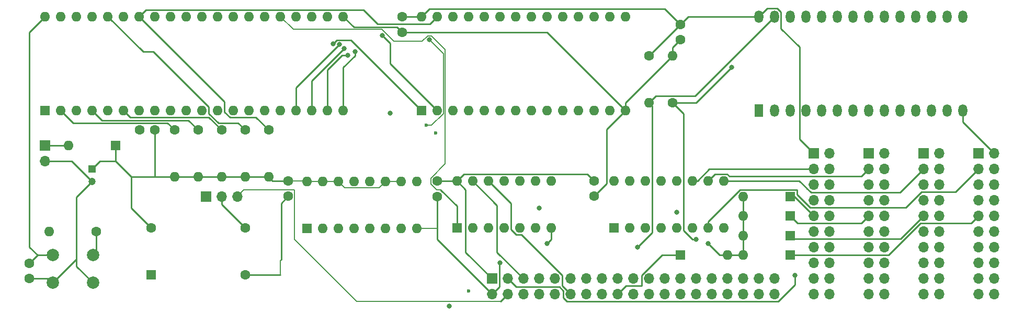
<source format=gtl>
%TF.GenerationSoftware,KiCad,Pcbnew,(5.1.9-0-10_14)*%
%TF.CreationDate,2021-04-28T18:12:29+02:00*%
%TF.ProjectId,mainboard,6d61696e-626f-4617-9264-2e6b69636164,rev?*%
%TF.SameCoordinates,Original*%
%TF.FileFunction,Copper,L1,Top*%
%TF.FilePolarity,Positive*%
%FSLAX46Y46*%
G04 Gerber Fmt 4.6, Leading zero omitted, Abs format (unit mm)*
G04 Created by KiCad (PCBNEW (5.1.9-0-10_14)) date 2021-04-28 18:12:29*
%MOMM*%
%LPD*%
G01*
G04 APERTURE LIST*
%TA.AperFunction,ComponentPad*%
%ADD10O,1.600000X1.600000*%
%TD*%
%TA.AperFunction,ComponentPad*%
%ADD11R,1.600000X1.600000*%
%TD*%
%TA.AperFunction,ComponentPad*%
%ADD12O,1.700000X1.700000*%
%TD*%
%TA.AperFunction,ComponentPad*%
%ADD13R,1.700000X1.700000*%
%TD*%
%TA.AperFunction,ComponentPad*%
%ADD14C,1.600000*%
%TD*%
%TA.AperFunction,ComponentPad*%
%ADD15O,1.440000X2.000000*%
%TD*%
%TA.AperFunction,ComponentPad*%
%ADD16R,1.440000X2.000000*%
%TD*%
%TA.AperFunction,ComponentPad*%
%ADD17C,1.200000*%
%TD*%
%TA.AperFunction,ComponentPad*%
%ADD18R,1.200000X1.200000*%
%TD*%
%TA.AperFunction,ComponentPad*%
%ADD19C,2.000000*%
%TD*%
%TA.AperFunction,ViaPad*%
%ADD20C,0.800000*%
%TD*%
%TA.AperFunction,ViaPad*%
%ADD21C,0.600000*%
%TD*%
%TA.AperFunction,Conductor*%
%ADD22C,0.250000*%
%TD*%
%TA.AperFunction,Conductor*%
%ADD23C,0.140000*%
%TD*%
G04 APERTURE END LIST*
D10*
%TO.P,U5,16*%
%TO.N,VCC*%
X202438000Y94488000D03*
%TO.P,U5,8*%
%TO.N,GND*%
X220218000Y86868000D03*
%TO.P,U5,15*%
%TO.N,VCC*%
X204978000Y94488000D03*
%TO.P,U5,7*%
%TO.N,/a12*%
X217678000Y86868000D03*
%TO.P,U5,14*%
%TO.N,VCC*%
X207518000Y94488000D03*
%TO.P,U5,6*%
%TO.N,/a11*%
X215138000Y86868000D03*
%TO.P,U5,13*%
%TO.N,/a14*%
X210058000Y94488000D03*
%TO.P,U5,5*%
%TO.N,/a10*%
X212598000Y86868000D03*
%TO.P,U5,12*%
%TO.N,/a13*%
X212598000Y94488000D03*
%TO.P,U5,4*%
%TO.N,/a9*%
X210058000Y86868000D03*
%TO.P,U5,11*%
%TO.N,VCC*%
X215138000Y94488000D03*
%TO.P,U5,3*%
%TO.N,/a8*%
X207518000Y86868000D03*
%TO.P,U5,10*%
%TO.N,VCC*%
X217678000Y94488000D03*
%TO.P,U5,2*%
%TO.N,/a7*%
X204978000Y86868000D03*
%TO.P,U5,9*%
%TO.N,Net-(U3-Pad10)*%
X220218000Y94488000D03*
D11*
%TO.P,U5,1*%
%TO.N,/a6*%
X202438000Y86868000D03*
%TD*%
D10*
%TO.P,U3,14*%
%TO.N,VCC*%
X226695000Y94615000D03*
%TO.P,U3,7*%
%TO.N,GND*%
X241935000Y86995000D03*
%TO.P,U3,13*%
%TO.N,PHI1*%
X229235000Y94615000D03*
%TO.P,U3,6*%
%TO.N,RAM_CSB*%
X239395000Y86995000D03*
%TO.P,U3,12*%
%TO.N,BE*%
X231775000Y94615000D03*
%TO.P,U3,5*%
%TO.N,Net-(U3-Pad11)*%
X236855000Y86995000D03*
%TO.P,U3,11*%
X234315000Y94615000D03*
%TO.P,U3,4*%
%TO.N,ROM_CSB*%
X234315000Y86995000D03*
%TO.P,U3,10*%
%TO.N,Net-(U3-Pad10)*%
X236855000Y94615000D03*
%TO.P,U3,3*%
%TO.N,ROM_CSB*%
X231775000Y86995000D03*
%TO.P,U3,9*%
%TO.N,Net-(U3-Pad10)*%
X239395000Y94615000D03*
%TO.P,U3,2*%
%TO.N,/a15*%
X229235000Y86995000D03*
%TO.P,U3,8*%
%TO.N,RAM_OEB*%
X241935000Y94615000D03*
D11*
%TO.P,U3,1*%
%TO.N,/a15*%
X226695000Y86995000D03*
%TD*%
D12*
%TO.P,J1,20*%
%TO.N,/d7*%
X287020000Y76200000D03*
%TO.P,J1,19*%
%TO.N,/a3*%
X284480000Y76200000D03*
%TO.P,J1,18*%
%TO.N,/d6*%
X287020000Y78740000D03*
%TO.P,J1,17*%
%TO.N,/a2*%
X284480000Y78740000D03*
%TO.P,J1,16*%
%TO.N,/d5*%
X287020000Y81280000D03*
%TO.P,J1,15*%
%TO.N,/a1*%
X284480000Y81280000D03*
%TO.P,J1,14*%
%TO.N,/d4*%
X287020000Y83820000D03*
%TO.P,J1,13*%
%TO.N,/a0*%
X284480000Y83820000D03*
%TO.P,J1,12*%
%TO.N,/d3*%
X287020000Y86360000D03*
%TO.P,J1,11*%
%TO.N,N/C*%
X284480000Y86360000D03*
%TO.P,J1,10*%
%TO.N,/d2*%
X287020000Y88900000D03*
%TO.P,J1,9*%
%TO.N,IRQ1*%
X284480000Y88900000D03*
%TO.P,J1,8*%
%TO.N,/d1*%
X287020000Y91440000D03*
%TO.P,J1,7*%
%TO.N,PHI2*%
X284480000Y91440000D03*
%TO.P,J1,6*%
%TO.N,/d0*%
X287020000Y93980000D03*
%TO.P,J1,5*%
%TO.N,RES*%
X284480000Y93980000D03*
%TO.P,J1,4*%
%TO.N,RW*%
X287020000Y96520000D03*
%TO.P,J1,3*%
%TO.N,IO1*%
X284480000Y96520000D03*
%TO.P,J1,2*%
%TO.N,GND*%
X287020000Y99060000D03*
D13*
%TO.P,J1,1*%
%TO.N,VCC*%
X284480000Y99060000D03*
%TD*%
D10*
%TO.P,R5,2*%
%TO.N,VCC*%
X196215000Y95250000D03*
D14*
%TO.P,R5,1*%
%TO.N,RW*%
X196215000Y102870000D03*
%TD*%
D12*
%TO.P,J2,20*%
%TO.N,/d7*%
X295910000Y76200000D03*
%TO.P,J2,19*%
%TO.N,/a3*%
X293370000Y76200000D03*
%TO.P,J2,18*%
%TO.N,/d6*%
X295910000Y78740000D03*
%TO.P,J2,17*%
%TO.N,/a2*%
X293370000Y78740000D03*
%TO.P,J2,16*%
%TO.N,/d5*%
X295910000Y81280000D03*
%TO.P,J2,15*%
%TO.N,/a1*%
X293370000Y81280000D03*
%TO.P,J2,14*%
%TO.N,/d4*%
X295910000Y83820000D03*
%TO.P,J2,13*%
%TO.N,/a0*%
X293370000Y83820000D03*
%TO.P,J2,12*%
%TO.N,/d3*%
X295910000Y86360000D03*
%TO.P,J2,11*%
%TO.N,N/C*%
X293370000Y86360000D03*
%TO.P,J2,10*%
%TO.N,/d2*%
X295910000Y88900000D03*
%TO.P,J2,9*%
%TO.N,IRQ2*%
X293370000Y88900000D03*
%TO.P,J2,8*%
%TO.N,/d1*%
X295910000Y91440000D03*
%TO.P,J2,7*%
%TO.N,PHI2*%
X293370000Y91440000D03*
%TO.P,J2,6*%
%TO.N,/d0*%
X295910000Y93980000D03*
%TO.P,J2,5*%
%TO.N,RES*%
X293370000Y93980000D03*
%TO.P,J2,4*%
%TO.N,RW*%
X295910000Y96520000D03*
%TO.P,J2,3*%
%TO.N,IO2*%
X293370000Y96520000D03*
%TO.P,J2,2*%
%TO.N,GND*%
X295910000Y99060000D03*
D13*
%TO.P,J2,1*%
%TO.N,VCC*%
X293370000Y99060000D03*
%TD*%
D10*
%TO.P,D5,2*%
%TO.N,IRQ*%
X273050000Y82550000D03*
D11*
%TO.P,D5,1*%
%TO.N,IRQ4*%
X280670000Y82550000D03*
%TD*%
D10*
%TO.P,R8,2*%
%TO.N,ROM_WEB*%
X257810000Y107315000D03*
D14*
%TO.P,R8,1*%
%TO.N,VCC*%
X257810000Y114935000D03*
%TD*%
D10*
%TO.P,R7,2*%
%TO.N,GND*%
X261620000Y114935000D03*
D14*
%TO.P,R7,1*%
%TO.N,ROM_OEB*%
X261620000Y107315000D03*
%TD*%
D10*
%TO.P,R6,2*%
%TO.N,VCC*%
X192405000Y95250000D03*
D14*
%TO.P,R6,1*%
%TO.N,BE*%
X192405000Y102870000D03*
%TD*%
D10*
%TO.P,R4,2*%
%TO.N,VCC*%
X184785000Y95250000D03*
D14*
%TO.P,R4,1*%
%TO.N,IRQ*%
X184785000Y102870000D03*
%TD*%
D12*
%TO.P,J6,38*%
%TO.N,/d7*%
X278130000Y76200000D03*
%TO.P,J6,37*%
%TO.N,/a15*%
X278130000Y78740000D03*
%TO.P,J6,36*%
%TO.N,/d6*%
X275590000Y76200000D03*
%TO.P,J6,35*%
%TO.N,/a14*%
X275590000Y78740000D03*
%TO.P,J6,34*%
%TO.N,/d5*%
X273050000Y76200000D03*
%TO.P,J6,33*%
%TO.N,/a13*%
X273050000Y78740000D03*
%TO.P,J6,32*%
%TO.N,/d4*%
X270510000Y76200000D03*
%TO.P,J6,31*%
%TO.N,/a12*%
X270510000Y78740000D03*
%TO.P,J6,30*%
%TO.N,/d3*%
X267970000Y76200000D03*
%TO.P,J6,29*%
%TO.N,/a11*%
X267970000Y78740000D03*
%TO.P,J6,28*%
%TO.N,/d2*%
X265430000Y76200000D03*
%TO.P,J6,27*%
%TO.N,/a10*%
X265430000Y78740000D03*
%TO.P,J6,26*%
%TO.N,/d1*%
X262890000Y76200000D03*
%TO.P,J6,25*%
%TO.N,/a9*%
X262890000Y78740000D03*
%TO.P,J6,24*%
%TO.N,/d0*%
X260350000Y76200000D03*
%TO.P,J6,23*%
%TO.N,/a8*%
X260350000Y78740000D03*
%TO.P,J6,22*%
%TO.N,ROM_OEB*%
X257810000Y76200000D03*
%TO.P,J6,21*%
%TO.N,/a7*%
X257810000Y78740000D03*
%TO.P,J6,20*%
%TO.N,ROM_WEB*%
X255270000Y76200000D03*
%TO.P,J6,19*%
%TO.N,/a6*%
X255270000Y78740000D03*
%TO.P,J6,18*%
%TO.N,IRQ5*%
X252730000Y76200000D03*
%TO.P,J6,17*%
%TO.N,/a5*%
X252730000Y78740000D03*
%TO.P,J6,16*%
%TO.N,NMI*%
X250190000Y76200000D03*
%TO.P,J6,15*%
%TO.N,/a4*%
X250190000Y78740000D03*
%TO.P,J6,14*%
%TO.N,RDY*%
X247650000Y76200000D03*
%TO.P,J6,13*%
%TO.N,/a3*%
X247650000Y78740000D03*
%TO.P,J6,12*%
%TO.N,BE*%
X245110000Y76200000D03*
%TO.P,J6,11*%
%TO.N,/a2*%
X245110000Y78740000D03*
%TO.P,J6,10*%
%TO.N,SYNC*%
X242570000Y76200000D03*
%TO.P,J6,9*%
%TO.N,/a1*%
X242570000Y78740000D03*
%TO.P,J6,8*%
%TO.N,RW*%
X240030000Y76200000D03*
%TO.P,J6,7*%
%TO.N,/a0*%
X240030000Y78740000D03*
%TO.P,J6,6*%
%TO.N,PHI2*%
X237490000Y76200000D03*
%TO.P,J6,5*%
%TO.N,PHI1*%
X237490000Y78740000D03*
%TO.P,J6,4*%
%TO.N,CLK*%
X234950000Y76200000D03*
%TO.P,J6,3*%
%TO.N,RES*%
X234950000Y78740000D03*
%TO.P,J6,2*%
%TO.N,GND*%
X232410000Y76200000D03*
D13*
%TO.P,J6,1*%
%TO.N,VCC*%
X232410000Y78740000D03*
%TD*%
D10*
%TO.P,D6,2*%
%TO.N,IRQ*%
X270510000Y82550000D03*
D11*
%TO.P,D6,1*%
%TO.N,IRQ5*%
X262890000Y82550000D03*
%TD*%
D10*
%TO.P,D4,2*%
%TO.N,IRQ*%
X273050000Y85725000D03*
D11*
%TO.P,D4,1*%
%TO.N,IRQ3*%
X280670000Y85725000D03*
%TD*%
D10*
%TO.P,D3,2*%
%TO.N,IRQ*%
X273050000Y88900000D03*
D11*
%TO.P,D3,1*%
%TO.N,IRQ2*%
X280670000Y88900000D03*
%TD*%
D10*
%TO.P,D2,2*%
%TO.N,IRQ*%
X273050000Y92075000D03*
D11*
%TO.P,D2,1*%
%TO.N,IRQ1*%
X280670000Y92075000D03*
%TD*%
D14*
%TO.P,C5,2*%
%TO.N,GND*%
X199390000Y92115000D03*
%TO.P,C5,1*%
%TO.N,VCC*%
X199390000Y94615000D03*
%TD*%
D12*
%TO.P,J3,20*%
%TO.N,/d7*%
X304800000Y76200000D03*
%TO.P,J3,19*%
%TO.N,/a3*%
X302260000Y76200000D03*
%TO.P,J3,18*%
%TO.N,/d6*%
X304800000Y78740000D03*
%TO.P,J3,17*%
%TO.N,/a2*%
X302260000Y78740000D03*
%TO.P,J3,16*%
%TO.N,/d5*%
X304800000Y81280000D03*
%TO.P,J3,15*%
%TO.N,/a1*%
X302260000Y81280000D03*
%TO.P,J3,14*%
%TO.N,/d4*%
X304800000Y83820000D03*
%TO.P,J3,13*%
%TO.N,/a0*%
X302260000Y83820000D03*
%TO.P,J3,12*%
%TO.N,/d3*%
X304800000Y86360000D03*
%TO.P,J3,11*%
%TO.N,N/C*%
X302260000Y86360000D03*
%TO.P,J3,10*%
%TO.N,/d2*%
X304800000Y88900000D03*
%TO.P,J3,9*%
%TO.N,IRQ3*%
X302260000Y88900000D03*
%TO.P,J3,8*%
%TO.N,/d1*%
X304800000Y91440000D03*
%TO.P,J3,7*%
%TO.N,PHI2*%
X302260000Y91440000D03*
%TO.P,J3,6*%
%TO.N,/d0*%
X304800000Y93980000D03*
%TO.P,J3,5*%
%TO.N,RES*%
X302260000Y93980000D03*
%TO.P,J3,4*%
%TO.N,RW*%
X304800000Y96520000D03*
%TO.P,J3,3*%
%TO.N,IO3*%
X302260000Y96520000D03*
%TO.P,J3,2*%
%TO.N,GND*%
X304800000Y99060000D03*
D13*
%TO.P,J3,1*%
%TO.N,VCC*%
X302260000Y99060000D03*
%TD*%
D15*
%TO.P,U7,15*%
%TO.N,/d3*%
X308610000Y121285000D03*
%TO.P,U7,14*%
%TO.N,GND*%
X308610000Y106045000D03*
%TO.P,U7,16*%
%TO.N,/d4*%
X306070000Y121285000D03*
%TO.P,U7,13*%
%TO.N,/d2*%
X306070000Y106045000D03*
%TO.P,U7,17*%
%TO.N,/d5*%
X303530000Y121285000D03*
%TO.P,U7,12*%
%TO.N,/d1*%
X303530000Y106045000D03*
%TO.P,U7,18*%
%TO.N,/d6*%
X300990000Y121285000D03*
%TO.P,U7,11*%
%TO.N,/d0*%
X300990000Y106045000D03*
%TO.P,U7,19*%
%TO.N,/d7*%
X298450000Y121285000D03*
%TO.P,U7,10*%
%TO.N,/a0*%
X298450000Y106045000D03*
%TO.P,U7,20*%
%TO.N,ROM_CSB*%
X295910000Y121285000D03*
%TO.P,U7,9*%
%TO.N,/a1*%
X295910000Y106045000D03*
%TO.P,U7,21*%
%TO.N,/a10*%
X293370000Y121285000D03*
%TO.P,U7,8*%
%TO.N,/a2*%
X293370000Y106045000D03*
%TO.P,U7,22*%
%TO.N,ROM_OEB*%
X290830000Y121285000D03*
%TO.P,U7,7*%
%TO.N,/a3*%
X290830000Y106045000D03*
%TO.P,U7,23*%
%TO.N,/a11*%
X288290000Y121285000D03*
%TO.P,U7,6*%
%TO.N,/a4*%
X288290000Y106045000D03*
%TO.P,U7,24*%
%TO.N,/a9*%
X285750000Y121285000D03*
%TO.P,U7,5*%
%TO.N,/a5*%
X285750000Y106045000D03*
%TO.P,U7,25*%
%TO.N,/a8*%
X283210000Y121285000D03*
%TO.P,U7,4*%
%TO.N,/a6*%
X283210000Y106045000D03*
%TO.P,U7,26*%
%TO.N,/a13*%
X280670000Y121285000D03*
%TO.P,U7,3*%
%TO.N,/a7*%
X280670000Y106045000D03*
%TO.P,U7,27*%
%TO.N,ROM_WEB*%
X278130000Y121285000D03*
%TO.P,U7,2*%
%TO.N,/a12*%
X278130000Y106045000D03*
%TO.P,U7,28*%
%TO.N,VCC*%
X275590000Y121285000D03*
D16*
%TO.P,U7,1*%
%TO.N,/a14*%
X275590000Y106045000D03*
%TD*%
D10*
%TO.P,U6,28*%
%TO.N,VCC*%
X220980000Y121285000D03*
%TO.P,U6,14*%
%TO.N,GND*%
X254000000Y106045000D03*
%TO.P,U6,27*%
%TO.N,RW*%
X223520000Y121285000D03*
%TO.P,U6,13*%
%TO.N,/d2*%
X251460000Y106045000D03*
%TO.P,U6,26*%
%TO.N,/a13*%
X226060000Y121285000D03*
%TO.P,U6,12*%
%TO.N,/d1*%
X248920000Y106045000D03*
%TO.P,U6,25*%
%TO.N,/a8*%
X228600000Y121285000D03*
%TO.P,U6,11*%
%TO.N,/d0*%
X246380000Y106045000D03*
%TO.P,U6,24*%
%TO.N,/a9*%
X231140000Y121285000D03*
%TO.P,U6,10*%
%TO.N,/a0*%
X243840000Y106045000D03*
%TO.P,U6,23*%
%TO.N,/a11*%
X233680000Y121285000D03*
%TO.P,U6,9*%
%TO.N,/a1*%
X241300000Y106045000D03*
%TO.P,U6,22*%
%TO.N,RAM_OEB*%
X236220000Y121285000D03*
%TO.P,U6,8*%
%TO.N,/a2*%
X238760000Y106045000D03*
%TO.P,U6,21*%
%TO.N,/a10*%
X238760000Y121285000D03*
%TO.P,U6,7*%
%TO.N,/a3*%
X236220000Y106045000D03*
%TO.P,U6,20*%
%TO.N,RAM_CSB*%
X241300000Y121285000D03*
%TO.P,U6,6*%
%TO.N,/a4*%
X233680000Y106045000D03*
%TO.P,U6,19*%
%TO.N,/d7*%
X243840000Y121285000D03*
%TO.P,U6,5*%
%TO.N,/a5*%
X231140000Y106045000D03*
%TO.P,U6,18*%
%TO.N,/d6*%
X246380000Y121285000D03*
%TO.P,U6,4*%
%TO.N,/a6*%
X228600000Y106045000D03*
%TO.P,U6,17*%
%TO.N,/d5*%
X248920000Y121285000D03*
%TO.P,U6,3*%
%TO.N,/a7*%
X226060000Y106045000D03*
%TO.P,U6,16*%
%TO.N,/d4*%
X251460000Y121285000D03*
%TO.P,U6,2*%
%TO.N,/a12*%
X223520000Y106045000D03*
%TO.P,U6,15*%
%TO.N,/d3*%
X254000000Y121285000D03*
D11*
%TO.P,U6,1*%
%TO.N,/a14*%
X220980000Y106045000D03*
%TD*%
D10*
%TO.P,R3,2*%
%TO.N,VCC*%
X188595000Y95250000D03*
D14*
%TO.P,R3,1*%
%TO.N,NMI*%
X188595000Y102870000D03*
%TD*%
D12*
%TO.P,J5,2*%
%TO.N,GND*%
X160020000Y97790000D03*
D13*
%TO.P,J5,1*%
%TO.N,Net-(D1-Pad2)*%
X160020000Y100330000D03*
%TD*%
D10*
%TO.P,D1,2*%
%TO.N,Net-(D1-Pad2)*%
X163830000Y100330000D03*
D11*
%TO.P,D1,1*%
%TO.N,VCC*%
X171450000Y100330000D03*
%TD*%
D17*
%TO.P,C8,2*%
%TO.N,GND*%
X167640000Y94520000D03*
D18*
%TO.P,C8,1*%
%TO.N,VCC*%
X167640000Y96520000D03*
%TD*%
D14*
%TO.P,C7,2*%
%TO.N,GND*%
X248920000Y92115000D03*
%TO.P,C7,1*%
%TO.N,VCC*%
X248920000Y94615000D03*
%TD*%
%TO.P,C6,2*%
%TO.N,GND*%
X223520000Y92075000D03*
%TO.P,C6,1*%
%TO.N,VCC*%
X223520000Y94575000D03*
%TD*%
%TO.P,C4,2*%
%TO.N,GND*%
X262890000Y117515000D03*
%TO.P,C4,1*%
%TO.N,VCC*%
X262890000Y120015000D03*
%TD*%
%TO.P,C3,2*%
%TO.N,GND*%
X217805000Y118745000D03*
%TO.P,C3,1*%
%TO.N,VCC*%
X217805000Y121245000D03*
%TD*%
%TO.P,C2,2*%
%TO.N,GND*%
X175300000Y102870000D03*
%TO.P,C2,1*%
%TO.N,VCC*%
X177800000Y102870000D03*
%TD*%
%TO.P,C1,1*%
%TO.N,GND*%
X157480000Y78740000D03*
%TO.P,C1,2*%
%TO.N,RES*%
X157480000Y81240000D03*
%TD*%
%TO.P,R1,1*%
%TO.N,RDY*%
X180975000Y102870000D03*
D10*
%TO.P,R1,2*%
%TO.N,VCC*%
X180975000Y95250000D03*
%TD*%
%TO.P,R2,2*%
%TO.N,VCC*%
X160655000Y86360000D03*
D14*
%TO.P,R2,1*%
%TO.N,RES*%
X168275000Y86360000D03*
%TD*%
D19*
%TO.P,SW1,2*%
%TO.N,GND*%
X161290000Y78050000D03*
%TO.P,SW1,1*%
%TO.N,RES*%
X161290000Y82550000D03*
%TO.P,SW1,2*%
%TO.N,GND*%
X167790000Y78050000D03*
%TO.P,SW1,1*%
%TO.N,RES*%
X167790000Y82550000D03*
%TD*%
D11*
%TO.P,U1,1*%
%TO.N,N/C*%
X160020000Y106045000D03*
D10*
%TO.P,U1,21*%
%TO.N,GND*%
X208280000Y121285000D03*
%TO.P,U1,2*%
%TO.N,RDY*%
X162560000Y106045000D03*
%TO.P,U1,22*%
%TO.N,/a12*%
X205740000Y121285000D03*
%TO.P,U1,3*%
%TO.N,PHI1*%
X165100000Y106045000D03*
%TO.P,U1,23*%
%TO.N,/a13*%
X203200000Y121285000D03*
%TO.P,U1,4*%
%TO.N,IRQ*%
X167640000Y106045000D03*
%TO.P,U1,24*%
%TO.N,/a14*%
X200660000Y121285000D03*
%TO.P,U1,5*%
%TO.N,N/C*%
X170180000Y106045000D03*
%TO.P,U1,25*%
%TO.N,/a15*%
X198120000Y121285000D03*
%TO.P,U1,6*%
%TO.N,NMI*%
X172720000Y106045000D03*
%TO.P,U1,26*%
%TO.N,/d7*%
X195580000Y121285000D03*
%TO.P,U1,7*%
%TO.N,SYNC*%
X175260000Y106045000D03*
%TO.P,U1,27*%
%TO.N,/d6*%
X193040000Y121285000D03*
%TO.P,U1,8*%
%TO.N,VCC*%
X177800000Y106045000D03*
%TO.P,U1,28*%
%TO.N,/d5*%
X190500000Y121285000D03*
%TO.P,U1,9*%
%TO.N,/a0*%
X180340000Y106045000D03*
%TO.P,U1,29*%
%TO.N,/d4*%
X187960000Y121285000D03*
%TO.P,U1,10*%
%TO.N,/a1*%
X182880000Y106045000D03*
%TO.P,U1,30*%
%TO.N,/d3*%
X185420000Y121285000D03*
%TO.P,U1,11*%
%TO.N,/a2*%
X185420000Y106045000D03*
%TO.P,U1,31*%
%TO.N,/d2*%
X182880000Y121285000D03*
%TO.P,U1,12*%
%TO.N,/a3*%
X187960000Y106045000D03*
%TO.P,U1,32*%
%TO.N,/d1*%
X180340000Y121285000D03*
%TO.P,U1,13*%
%TO.N,/a4*%
X190500000Y106045000D03*
%TO.P,U1,33*%
%TO.N,/d0*%
X177800000Y121285000D03*
%TO.P,U1,14*%
%TO.N,/a5*%
X193040000Y106045000D03*
%TO.P,U1,34*%
%TO.N,RW*%
X175260000Y121285000D03*
%TO.P,U1,15*%
%TO.N,/a6*%
X195580000Y106045000D03*
%TO.P,U1,35*%
%TO.N,N/C*%
X172720000Y121285000D03*
%TO.P,U1,16*%
%TO.N,/a7*%
X198120000Y106045000D03*
%TO.P,U1,36*%
%TO.N,BE*%
X170180000Y121285000D03*
%TO.P,U1,17*%
%TO.N,/a8*%
X200660000Y106045000D03*
%TO.P,U1,37*%
%TO.N,CLK*%
X167640000Y121285000D03*
%TO.P,U1,18*%
%TO.N,/a9*%
X203200000Y106045000D03*
%TO.P,U1,38*%
%TO.N,N/C*%
X165100000Y121285000D03*
%TO.P,U1,19*%
%TO.N,/a10*%
X205740000Y106045000D03*
%TO.P,U1,39*%
%TO.N,PHI2*%
X162560000Y121285000D03*
%TO.P,U1,20*%
%TO.N,/a11*%
X208280000Y106045000D03*
%TO.P,U1,40*%
%TO.N,RES*%
X160020000Y121285000D03*
%TD*%
D11*
%TO.P,U4,1*%
%TO.N,/a4*%
X252095000Y86995000D03*
D10*
%TO.P,U4,9*%
%TO.N,IO3*%
X269875000Y94615000D03*
%TO.P,U4,2*%
%TO.N,/a5*%
X254635000Y86995000D03*
%TO.P,U4,10*%
%TO.N,IO2*%
X267335000Y94615000D03*
%TO.P,U4,3*%
%TO.N,/a6*%
X257175000Y86995000D03*
%TO.P,U4,11*%
%TO.N,IO1*%
X264795000Y94615000D03*
%TO.P,U4,4*%
%TO.N,Net-(U3-Pad10)*%
X259715000Y86995000D03*
%TO.P,U4,12*%
%TO.N,N/C*%
X262255000Y94615000D03*
%TO.P,U4,5*%
%TO.N,GND*%
X262255000Y86995000D03*
%TO.P,U4,13*%
%TO.N,N/C*%
X259715000Y94615000D03*
%TO.P,U4,6*%
%TO.N,ROM_CSB*%
X264795000Y86995000D03*
%TO.P,U4,14*%
%TO.N,N/C*%
X257175000Y94615000D03*
%TO.P,U4,7*%
%TO.N,IO4*%
X267335000Y86995000D03*
%TO.P,U4,15*%
%TO.N,N/C*%
X254635000Y94615000D03*
%TO.P,U4,8*%
%TO.N,GND*%
X269875000Y86995000D03*
%TO.P,U4,16*%
%TO.N,VCC*%
X252095000Y94615000D03*
%TD*%
D13*
%TO.P,J4,1*%
%TO.N,VCC*%
X311150000Y99060000D03*
D12*
%TO.P,J4,2*%
%TO.N,GND*%
X313690000Y99060000D03*
%TO.P,J4,3*%
%TO.N,IO4*%
X311150000Y96520000D03*
%TO.P,J4,4*%
%TO.N,RW*%
X313690000Y96520000D03*
%TO.P,J4,5*%
%TO.N,RES*%
X311150000Y93980000D03*
%TO.P,J4,6*%
%TO.N,/d0*%
X313690000Y93980000D03*
%TO.P,J4,7*%
%TO.N,PHI2*%
X311150000Y91440000D03*
%TO.P,J4,8*%
%TO.N,/d1*%
X313690000Y91440000D03*
%TO.P,J4,9*%
%TO.N,IRQ4*%
X311150000Y88900000D03*
%TO.P,J4,10*%
%TO.N,/d2*%
X313690000Y88900000D03*
%TO.P,J4,11*%
%TO.N,N/C*%
X311150000Y86360000D03*
%TO.P,J4,12*%
%TO.N,/d3*%
X313690000Y86360000D03*
%TO.P,J4,13*%
%TO.N,/a0*%
X311150000Y83820000D03*
%TO.P,J4,14*%
%TO.N,/d4*%
X313690000Y83820000D03*
%TO.P,J4,15*%
%TO.N,/a1*%
X311150000Y81280000D03*
%TO.P,J4,16*%
%TO.N,/d5*%
X313690000Y81280000D03*
%TO.P,J4,17*%
%TO.N,/a2*%
X311150000Y78740000D03*
%TO.P,J4,18*%
%TO.N,/d6*%
X313690000Y78740000D03*
%TO.P,J4,19*%
%TO.N,/a3*%
X311150000Y76200000D03*
%TO.P,J4,20*%
%TO.N,/d7*%
X313690000Y76200000D03*
%TD*%
D13*
%TO.P,J8,1*%
%TO.N,N/C*%
X186055000Y92075000D03*
D12*
%TO.P,J8,2*%
%TO.N,Net-(J8-Pad2)*%
X188595000Y92075000D03*
%TO.P,J8,3*%
%TO.N,CLK*%
X191135000Y92075000D03*
%TD*%
D11*
%TO.P,X1,1*%
%TO.N,N/C*%
X177165000Y79375000D03*
D14*
%TO.P,X1,14*%
%TO.N,VCC*%
X177165000Y86995000D03*
%TO.P,X1,8*%
%TO.N,Net-(J8-Pad2)*%
X192405000Y86995000D03*
%TO.P,X1,7*%
%TO.N,GND*%
X192405000Y79375000D03*
%TD*%
D20*
%TO.N,RES*%
X281417154Y79262846D03*
%TO.N,IRQ*%
X240030000Y90170000D03*
X267335000Y84455000D03*
D21*
%TO.N,NMI*%
X228600000Y76708000D03*
D20*
%TO.N,/a12*%
X214630000Y118200000D03*
D21*
X223266000Y102362000D03*
D20*
%TO.N,/a13*%
X222250000Y117565000D03*
D21*
X221742000Y103632000D03*
D20*
%TO.N,/a14*%
X206633641Y116855339D03*
%TO.N,/a8*%
X207645000Y116750000D03*
%TO.N,/a9*%
X208403836Y116098716D03*
%TO.N,/a10*%
X209005000Y115025000D03*
%TO.N,/a11*%
X210185000Y115570000D03*
%TO.N,GND*%
X262255000Y89535000D03*
X233680000Y81280000D03*
X241300000Y84455000D03*
%TO.N,ROM_OEB*%
X265430000Y85090000D03*
X271145000Y113030000D03*
%TO.N,ROM_WEB*%
X255905000Y83820000D03*
%TO.N,RDY*%
X225425000Y74295000D03*
%TO.N,PHI1*%
X215900000Y105590001D03*
%TD*%
D22*
%TO.N,RES*%
X158790000Y82550000D02*
X157480000Y81240000D01*
X161290000Y82550000D02*
X158790000Y82550000D01*
X168275000Y83035000D02*
X167790000Y82550000D01*
X168275000Y86360000D02*
X168275000Y83035000D01*
X157480000Y83860000D02*
X158790000Y82550000D01*
X157480000Y118745000D02*
X157480000Y83860000D01*
X160020000Y121285000D02*
X157480000Y118745000D01*
X281417154Y77748152D02*
X281417154Y79262846D01*
X278694001Y75024999D02*
X281417154Y77748152D01*
X244545999Y75024999D02*
X278694001Y75024999D01*
X243934999Y75635999D02*
X244545999Y75024999D01*
X243934999Y76738591D02*
X243934999Y75635999D01*
X243294992Y77378598D02*
X243934999Y76738591D01*
X236311402Y77378598D02*
X243294992Y77378598D01*
X234950000Y78740000D02*
X236311402Y77378598D01*
%TO.N,CLK*%
X234950000Y76200000D02*
X233774999Y75024999D01*
D23*
X200354799Y93125001D02*
X192185001Y93125001D01*
X192185001Y93125001D02*
X191135000Y92075000D01*
X200400001Y93079799D02*
X200354799Y93125001D01*
X200400001Y85095999D02*
X200400001Y93079799D01*
X210471001Y75024999D02*
X200400001Y85095999D01*
X233774999Y75024999D02*
X210471001Y75024999D01*
D22*
%TO.N,IRQ*%
X273050000Y92075000D02*
X273050000Y82550000D01*
X273050000Y82550000D02*
X270510000Y82550000D01*
X183209990Y104445010D02*
X184785000Y102870000D01*
X169239990Y104445010D02*
X183209990Y104445010D01*
X167640000Y106045000D02*
X169239990Y104445010D01*
X269240000Y82550000D02*
X270510000Y82550000D01*
X267335000Y84455000D02*
X269240000Y82550000D01*
%TO.N,IO1*%
X265669998Y94615000D02*
X264795000Y94615000D01*
X267574998Y96520000D02*
X265669998Y94615000D01*
X284480000Y96520000D02*
X267574998Y96520000D01*
%TO.N,RW*%
X222354999Y120119999D02*
X223520000Y121285000D01*
X213888591Y120119999D02*
X222354999Y120119999D01*
X213888591Y120119999D02*
X211598589Y122410001D01*
X211598589Y122410001D02*
X207791409Y122410001D01*
X175895000Y121920000D02*
X175260000Y121285000D01*
X176385001Y122410001D02*
X175260000Y121285000D01*
X211598589Y122410001D02*
X176385001Y122410001D01*
X189959999Y104919999D02*
X189085001Y105794997D01*
X189085001Y107459999D02*
X175260000Y121285000D01*
X194165001Y104919999D02*
X189959999Y104919999D01*
X189085001Y105794997D02*
X189085001Y107459999D01*
X196215000Y102870000D02*
X194165001Y104919999D01*
%TO.N,NMI*%
X186545001Y104919999D02*
X188595000Y102870000D01*
X173845001Y104919999D02*
X186545001Y104919999D01*
X172720000Y106045000D02*
X173845001Y104919999D01*
%TO.N,IO3*%
X298450000Y92710000D02*
X302260000Y96520000D01*
X283304999Y93415999D02*
X284010998Y92710000D01*
X284010998Y92710000D02*
X298450000Y92710000D01*
X282105998Y94615000D02*
X269875000Y94615000D01*
X284010998Y92710000D02*
X282105998Y94615000D01*
%TO.N,IO2*%
X283915999Y95344999D02*
X292194999Y95344999D01*
X292194999Y95344999D02*
X293370000Y96520000D01*
X270415001Y95740001D02*
X268460001Y95740001D01*
X268460001Y95740001D02*
X267335000Y94615000D01*
X270810003Y95344999D02*
X270415001Y95740001D01*
X283915999Y95344999D02*
X270810003Y95344999D01*
%TO.N,IO4*%
X299345997Y90264999D02*
X301885997Y92804999D01*
X283915999Y90264999D02*
X299345997Y90264999D01*
X301885997Y92804999D02*
X307434999Y92804999D01*
X307434999Y92804999D02*
X311150000Y96520000D01*
X283915999Y90264999D02*
X283304999Y90875999D01*
X267335000Y88025002D02*
X267335000Y86995000D01*
X281730001Y93200001D02*
X272509999Y93200001D01*
X272509999Y93200001D02*
X267335000Y88025002D01*
X281795001Y93135001D02*
X281730001Y93200001D01*
X281795001Y92385997D02*
X281795001Y93135001D01*
X283915999Y90264999D02*
X281795001Y92385997D01*
%TO.N,/a12*%
X214630000Y118200000D02*
X215900705Y116929295D01*
X215900705Y113664295D02*
X223520000Y106045000D01*
X215900705Y116929295D02*
X215900705Y113664295D01*
X223450685Y106045000D02*
X223520000Y106045000D01*
%TO.N,/a13*%
X222250000Y117475000D02*
X222250000Y117565000D01*
D23*
X224530001Y115284999D02*
X222250000Y117565000D01*
X224530001Y105560199D02*
X224530001Y115284999D01*
X222601802Y103632000D02*
X224530001Y105560199D01*
X221742000Y103632000D02*
X222601802Y103632000D01*
D22*
%TO.N,/a14*%
X207253303Y117475001D02*
X206633641Y116855339D01*
X209549999Y117475001D02*
X207253303Y117475001D01*
X220980000Y106045000D02*
X209549999Y117475001D01*
%TO.N,/a15*%
X224060001Y93200001D02*
X226695000Y90565002D01*
X226695000Y90565002D02*
X226695000Y86995000D01*
D23*
X222509999Y95059801D02*
X222509999Y94090199D01*
X224810011Y115907791D02*
X224810011Y97359813D01*
X222542801Y118175001D02*
X224810011Y115907791D01*
X221957199Y118175001D02*
X222542801Y118175001D01*
X223400197Y93200001D02*
X224060001Y93200001D01*
X221054397Y117272199D02*
X221957199Y118175001D01*
X224810011Y97359813D02*
X222509999Y95059801D01*
X216460603Y117272199D02*
X221054397Y117272199D01*
X214522813Y119209989D02*
X216460603Y117272199D01*
X222509999Y94090199D02*
X223400197Y93200001D01*
X200195011Y119209989D02*
X214522813Y119209989D01*
X198120000Y121285000D02*
X200195011Y119209989D01*
D22*
%TO.N,/a8*%
X200660000Y109765000D02*
X200660000Y106045000D01*
X207645000Y116750000D02*
X200660000Y109765000D01*
%TO.N,/a9*%
X203200000Y110894880D02*
X203200000Y106045000D01*
X208403836Y116098716D02*
X203200000Y110894880D01*
%TO.N,/a10*%
X205740000Y112627113D02*
X205740000Y106045000D01*
X208137887Y115025000D02*
X205740000Y112627113D01*
X209005000Y115025000D02*
X208137887Y115025000D01*
%TO.N,/a11*%
X210185000Y115570000D02*
X210185000Y114935000D01*
X208280000Y113030000D02*
X208280000Y106045000D01*
X210185000Y114935000D02*
X208280000Y113030000D01*
%TO.N,Net-(D1-Pad2)*%
X163830000Y100330000D02*
X160020000Y100330000D01*
%TO.N,Net-(J8-Pad2)*%
X188595000Y90805000D02*
X192405000Y86995000D01*
X188595000Y92075000D02*
X188595000Y90805000D01*
%TO.N,GND*%
X160600000Y78740000D02*
X161290000Y78050000D01*
X157480000Y78740000D02*
X160600000Y78740000D01*
X164370000Y97790000D02*
X167640000Y94520000D01*
X160020000Y97790000D02*
X164370000Y97790000D01*
X165100000Y81860000D02*
X161290000Y78050000D01*
X241300000Y118745000D02*
X254000000Y106045000D01*
X217805000Y118745000D02*
X241300000Y118745000D01*
X210020001Y119544999D02*
X208280000Y121285000D01*
X217005001Y119544999D02*
X210020001Y119544999D01*
X217805000Y118745000D02*
X217005001Y119544999D01*
X165100000Y91980000D02*
X167640000Y94520000D01*
X165100000Y81860000D02*
X165100000Y91980000D01*
X165100000Y80740000D02*
X167790000Y78050000D01*
X165100000Y81860000D02*
X165100000Y80740000D01*
X309245000Y103505000D02*
X313690000Y99060000D01*
X309245000Y103505000D02*
X308610000Y104140000D01*
X308610000Y106045000D02*
X308610000Y104140000D01*
X254000000Y107315000D02*
X261620000Y114935000D01*
X254000000Y106045000D02*
X254000000Y107315000D01*
X261620000Y116245000D02*
X262890000Y117515000D01*
X261620000Y114935000D02*
X261620000Y116245000D01*
X222885000Y92075000D02*
X223520000Y92075000D01*
X192405000Y79375000D02*
X198080000Y79375000D01*
X198264999Y81810001D02*
X198264999Y90989999D01*
X198264999Y90989999D02*
X199390000Y92115000D01*
X232410000Y76200000D02*
X223520000Y85090000D01*
X233585001Y81185001D02*
X233680000Y81280000D01*
X233585001Y77375001D02*
X233585001Y81185001D01*
X232410000Y76200000D02*
X233585001Y77375001D01*
X241935000Y85090000D02*
X241935000Y86995000D01*
X241300000Y84455000D02*
X241935000Y85090000D01*
X250969999Y103014999D02*
X254000000Y106045000D01*
X250969999Y94164999D02*
X250969999Y103014999D01*
X248920000Y92115000D02*
X250969999Y94164999D01*
D23*
X220218000Y86868000D02*
X223520000Y86868000D01*
D22*
X223520000Y86868000D02*
X223520000Y92075000D01*
X223520000Y85090000D02*
X223520000Y86868000D01*
D23*
X198080000Y81625002D02*
X198264999Y81810001D01*
X198080000Y79375000D02*
X198080000Y81625002D01*
D22*
%TO.N,VCC*%
X168910000Y97790000D02*
X167640000Y96520000D01*
X171450000Y97790000D02*
X168910000Y97790000D01*
X264160000Y121285000D02*
X262890000Y120015000D01*
X275590000Y121285000D02*
X264160000Y121285000D01*
X260350000Y122555000D02*
X262890000Y120015000D01*
X222250000Y122555000D02*
X260350000Y122555000D01*
X222250000Y122555000D02*
X220980000Y121285000D01*
X217845000Y121285000D02*
X217805000Y121245000D01*
X220980000Y121285000D02*
X217845000Y121285000D01*
X171450000Y97790000D02*
X171450000Y100330000D01*
X282164990Y101375010D02*
X284480000Y99060000D01*
X262890000Y120015000D02*
X257810000Y114935000D01*
X276915010Y122610010D02*
X275590000Y121285000D01*
X278562857Y122610010D02*
X276915010Y122610010D01*
X279175010Y121997857D02*
X278562857Y122610010D01*
X279175010Y119347837D02*
X279175010Y121997857D01*
X282164990Y116357857D02*
X279175010Y119347837D01*
X282164990Y101375010D02*
X282164990Y116357857D01*
X226655000Y94575000D02*
X226695000Y94615000D01*
X223520000Y94575000D02*
X226655000Y94575000D01*
X228109999Y83040001D02*
X232410000Y78740000D01*
X228109999Y93200001D02*
X228109999Y83040001D01*
X226695000Y94615000D02*
X228109999Y93200001D01*
X196850000Y94615000D02*
X196215000Y95250000D01*
X199390000Y94615000D02*
X196850000Y94615000D01*
X196215000Y95250000D02*
X192405000Y95250000D01*
X192405000Y95250000D02*
X188595000Y95250000D01*
X188595000Y95250000D02*
X184785000Y95250000D01*
X184785000Y95250000D02*
X180975000Y95250000D01*
X173990000Y95250000D02*
X171450000Y97790000D01*
X173990000Y90170000D02*
X177165000Y86995000D01*
X173990000Y95250000D02*
X173990000Y90170000D01*
X177800000Y102870000D02*
X177800000Y95250000D01*
X177800000Y95250000D02*
X173990000Y95250000D01*
X180975000Y95250000D02*
X177800000Y95250000D01*
X247794999Y95740001D02*
X248920000Y94615000D01*
X227820001Y95740001D02*
X247794999Y95740001D01*
X226695000Y94615000D02*
X227820001Y95740001D01*
D23*
X202311000Y94615000D02*
X202438000Y94488000D01*
X199390000Y94615000D02*
X202311000Y94615000D01*
X202438000Y94488000D02*
X204978000Y94488000D01*
X204978000Y94488000D02*
X207518000Y94488000D01*
X214127999Y93477999D02*
X215138000Y94488000D01*
X208528001Y93477999D02*
X214127999Y93477999D01*
X207518000Y94488000D02*
X208528001Y93477999D01*
X215138000Y94488000D02*
X217678000Y94488000D01*
D22*
%TO.N,IRQ1*%
X281305000Y92075000D02*
X280670000Y92075000D01*
X284480000Y88900000D02*
X281305000Y92075000D01*
%TO.N,IRQ2*%
X281845001Y87724999D02*
X280670000Y88900000D01*
X292194999Y87724999D02*
X281845001Y87724999D01*
X293370000Y88900000D02*
X292194999Y87724999D01*
%TO.N,IRQ3*%
X281210001Y85184999D02*
X280670000Y85725000D01*
X298544999Y85184999D02*
X281210001Y85184999D01*
X302260000Y88900000D02*
X298544999Y85184999D01*
%TO.N,IRQ4*%
X296546410Y82550000D02*
X280670000Y82550000D01*
X301721409Y87724999D02*
X296546410Y82550000D01*
X309974999Y87724999D02*
X301721409Y87724999D01*
X311150000Y88900000D02*
X309974999Y87724999D01*
%TO.N,IRQ5*%
X259880998Y82550000D02*
X262890000Y82550000D01*
X256634999Y79304001D02*
X259880998Y82550000D01*
X256634999Y77564999D02*
X256634999Y79304001D01*
X254094999Y77564999D02*
X256634999Y77564999D01*
X252730000Y76200000D02*
X254094999Y77564999D01*
%TO.N,ROM_OEB*%
X263380001Y105554999D02*
X261620000Y107315000D01*
X264864315Y85090000D02*
X263380001Y86574314D01*
X263380001Y86574314D02*
X263380001Y105554999D01*
X265430000Y85090000D02*
X264864315Y85090000D01*
X265430000Y107315000D02*
X271145000Y113030000D01*
X261620000Y107315000D02*
X265430000Y107315000D01*
%TO.N,ROM_WEB*%
X258300001Y106824999D02*
X257810000Y107315000D01*
X258300001Y86215001D02*
X258300001Y106824999D01*
X255905000Y83820000D02*
X258300001Y86215001D01*
X265285001Y108440001D02*
X278130000Y121285000D01*
X258935001Y108440001D02*
X265285001Y108440001D01*
X257810000Y107315000D02*
X258935001Y108440001D01*
%TO.N,RDY*%
X179849999Y103995001D02*
X180975000Y102870000D01*
X164609999Y103995001D02*
X179849999Y103995001D01*
X162560000Y106045000D02*
X164609999Y103995001D01*
%TO.N,BE*%
X235440001Y90949999D02*
X231775000Y94615000D01*
X235440001Y86744997D02*
X235440001Y90949999D01*
X237179003Y85869999D02*
X236314999Y85869999D01*
X243745001Y79304001D02*
X237179003Y85869999D01*
X243745001Y77564999D02*
X243745001Y79304001D01*
X236314999Y85869999D02*
X235440001Y86744997D01*
X245110000Y76200000D02*
X243745001Y77564999D01*
X186545001Y106585001D02*
X177560002Y115570000D01*
X188106409Y103995001D02*
X186545001Y105556409D01*
X186545001Y105556409D02*
X186545001Y106585001D01*
X191279999Y103995001D02*
X188106409Y103995001D01*
X192405000Y102870000D02*
X191279999Y103995001D01*
X175895000Y115570000D02*
X170180000Y121285000D01*
X177560002Y115570000D02*
X175895000Y115570000D01*
%TO.N,PHI1*%
X233189999Y90660001D02*
X229235000Y94615000D01*
X233189999Y83040001D02*
X233189999Y90660001D01*
X237490000Y78740000D02*
X233189999Y83040001D01*
%TD*%
M02*

</source>
